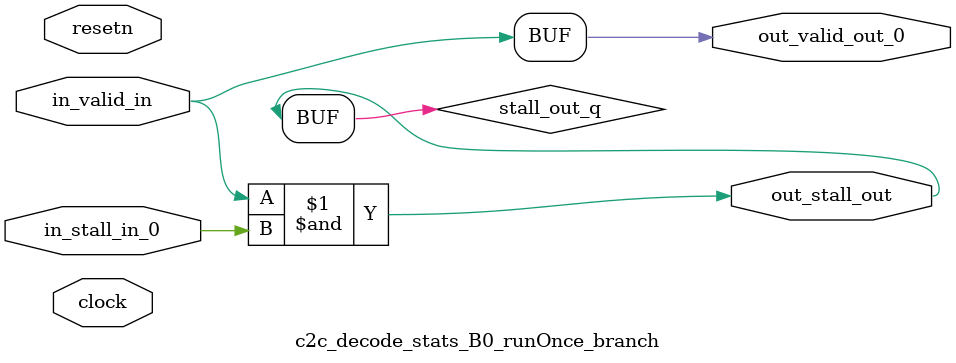
<source format=sv>



(* altera_attribute = "-name AUTO_SHIFT_REGISTER_RECOGNITION OFF; -name MESSAGE_DISABLE 10036; -name MESSAGE_DISABLE 10037; -name MESSAGE_DISABLE 14130; -name MESSAGE_DISABLE 14320; -name MESSAGE_DISABLE 15400; -name MESSAGE_DISABLE 14130; -name MESSAGE_DISABLE 10036; -name MESSAGE_DISABLE 12020; -name MESSAGE_DISABLE 12030; -name MESSAGE_DISABLE 12010; -name MESSAGE_DISABLE 12110; -name MESSAGE_DISABLE 14320; -name MESSAGE_DISABLE 13410; -name MESSAGE_DISABLE 113007; -name MESSAGE_DISABLE 10958" *)
module c2c_decode_stats_B0_runOnce_branch (
    input wire [0:0] in_stall_in_0,
    input wire [0:0] in_valid_in,
    output wire [0:0] out_stall_out,
    output wire [0:0] out_valid_out_0,
    input wire clock,
    input wire resetn
    );

    wire [0:0] stall_out_q;


    // stall_out(LOGICAL,6)
    assign stall_out_q = in_valid_in & in_stall_in_0;

    // out_stall_out(GPOUT,4)
    assign out_stall_out = stall_out_q;

    // out_valid_out_0(GPOUT,5)
    assign out_valid_out_0 = in_valid_in;

endmodule

</source>
